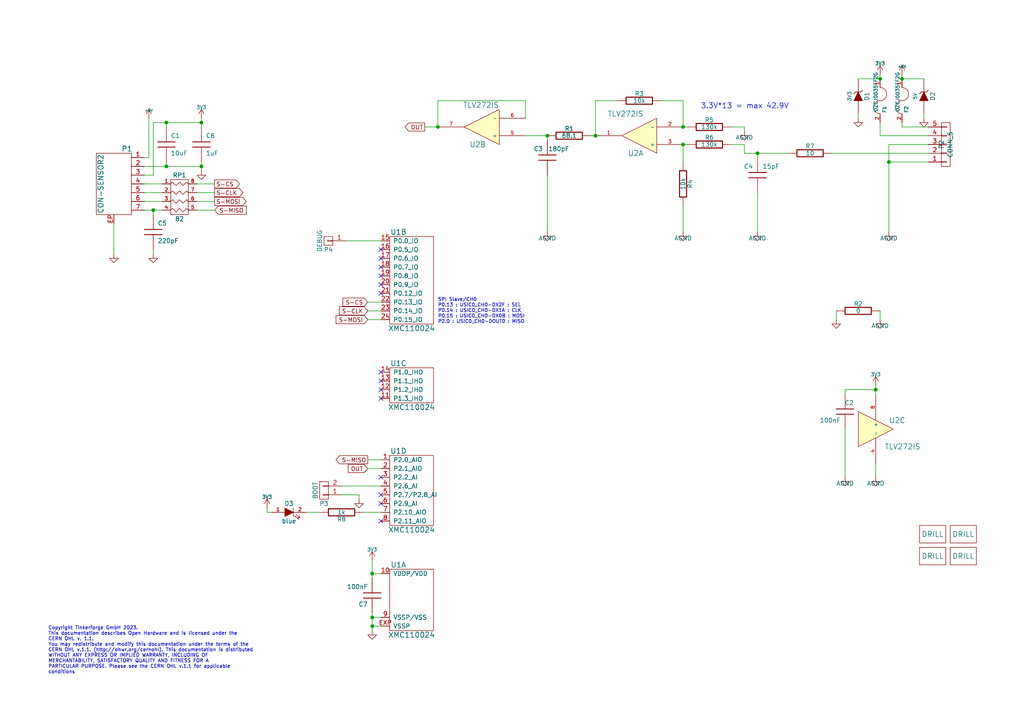
<source format=kicad_sch>
(kicad_sch (version 20211123) (generator eeschema)
  (paper "A4")
  (title_block (title "Analog IN") (date "2023-01-25") (rev "3.0") (company "Tinkerforge GmbH") (comment 1 "Licensed under CERN OHL v.1.1") (comment 2 "Copyright (©) 2023, T.Schneidermann <tim@tinkerforge.com>"))
  (lib_symbols
    (symbol "tinkerforge:+5V" (power) (pin_names (offset 0))
      (property "Value" "+5V" (at 0 3.556 0))
      (symbol "+5V_0_1"
        (polyline (pts (xy -0.762 1.27) (xy 0 2.54)))
        (polyline (pts (xy 0 0) (xy 0 2.54)))
        (polyline (pts (xy 0 2.54) (xy 0.762 1.27)))
      )
      (symbol "+5V_1_1"
        (pin power_in line (at 0 0 90) (length 0) hide (name "+5V") (number "1"))
      )
    )
    (symbol "tinkerforge:3V3" (power) (pin_names (offset 0))
      (property "Value" "3V3" (at 0 3.556 0))
      (symbol "3V3_0_1"
        (polyline (pts (xy -0.762 1.27) (xy 0 2.54)))
        (polyline (pts (xy 0 0) (xy 0 2.54)))
        (polyline (pts (xy 0 2.54) (xy 0.762 1.27)))
      )
      (symbol "3V3_1_1"
        (pin power_in line (at 0 0 90) (length 0) hide (name "3V3") (number "1"))
      )
    )
    (symbol "tinkerforge:AGND" (power) (pin_names (offset 0))
      (property "Value" "AGND" (at 0 -5.08 0))
      (symbol "AGND_0_1"
        (polyline (pts (xy 0 0) (xy 0 -1.27) (xy 1.27 -1.27) (xy 0 -2.54) (xy -1.27 -1.27) (xy 0 -1.27)))
      )
      (symbol "AGND_1_1"
        (pin power_in line (at 0 0 270) (length 0) hide (name "AGND") (number "1"))
      )
    )
    (symbol "tinkerforge:C" (pin_numbers hide) (pin_names (offset 0.254))
      (property "Reference" "C" (at 1.27 2.54 0))
      (property "Value" "C" (at 1.27 -2.54 0))
      (symbol "C_0_1"
        (polyline (pts (xy -2.54 -0.762) (xy 2.54 -0.762)) (stroke (width 0.254)))
        (polyline (pts (xy -2.54 0.762) (xy 2.54 0.762)) (stroke (width 0.254)))
      )
      (symbol "C_1_1"
        (pin passive line (at 0 5.08 270) (length 4.318) (name "~") (number "1"))
        (pin passive line (at 0 -5.08 90) (length 4.318) (name "~") (number "2"))
      )
    )
    (symbol "tinkerforge:CON-SENSOR2" (pin_names (offset 1.016))
      (property "Reference" "P" (at -3.81 10.16 0))
      (property "Value" "CON-SENSOR2" (at 3.81 0 90))
      (symbol "CON-SENSOR2_0_1"
        (rectangle (start -5.08 8.89) (end 5.08 -8.89))
      )
      (symbol "CON-SENSOR2_1_1"
        (pin passive line (at -8.89 7.62 0) (length 3.81) (name "~") (number "1"))
        (pin passive line (at -8.89 5.08 0) (length 3.81) (name "~") (number "2"))
        (pin passive line (at -8.89 2.54 0) (length 3.81) (name "~") (number "3"))
        (pin passive line (at -8.89 0 0) (length 3.81) (name "~") (number "4"))
        (pin passive line (at -8.89 -2.54 0) (length 3.81) (name "~") (number "5"))
        (pin passive line (at -8.89 -5.08 0) (length 3.81) (name "~") (number "6"))
        (pin passive line (at -8.89 -7.62 0) (length 3.81) (name "~") (number "7"))
        (pin passive line (at 0 -11.43 90) (length 2.54) (name "~") (number "EP"))
      )
    )
    (symbol "tinkerforge:CONN_01X01" (pin_names (offset 1.016) hide)
      (property "Reference" "P" (at 0 2.54 0))
      (property "Value" "CONN_01X01" (at 2.54 0 90))
      (symbol "CONN_01X01_0_1"
        (rectangle (start -1.27 0.127) (end 0.254 -0.127))
        (rectangle (start -1.27 1.27) (end 1.27 -1.27))
      )
      (symbol "CONN_01X01_1_1"
        (pin passive line (at -5.08 0 0) (length 3.81) (name "P1") (number "1"))
      )
    )
    (symbol "tinkerforge:CONN_01X02" (pin_names (offset 1.016) hide)
      (property "Reference" "P" (at 0 3.81 0))
      (property "Value" "CONN_01X02" (at 2.54 0 90))
      (symbol "CONN_01X02_0_1"
        (rectangle (start -1.27 -1.143) (end 0.254 -1.397))
        (rectangle (start -1.27 1.397) (end 0.254 1.143))
        (rectangle (start -1.27 2.54) (end 1.27 -2.54))
      )
      (symbol "CONN_01X02_1_1"
        (pin passive line (at -5.08 1.27 0) (length 3.81) (name "P1") (number "1"))
        (pin passive line (at -5.08 -1.27 0) (length 3.81) (name "P2") (number "2"))
      )
    )
    (symbol "tinkerforge:CONN_01X05" (pin_names (offset 1.016) hide)
      (property "Reference" "P" (at 0 7.62 0))
      (property "Value" "CONN_01X05" (at 2.54 0 90))
      (symbol "CONN_01X05_0_1"
        (rectangle (start -1.27 -4.953) (end 0.254 -5.207))
        (rectangle (start -1.27 -2.413) (end 0.254 -2.667))
        (rectangle (start -1.27 0.127) (end 0.254 -0.127))
        (rectangle (start -1.27 2.667) (end 0.254 2.413))
        (rectangle (start -1.27 5.207) (end 0.254 4.953))
        (rectangle (start -1.27 6.35) (end 1.27 -6.35))
      )
      (symbol "CONN_01X05_1_1"
        (pin passive line (at -5.08 5.08 0) (length 3.81) (name "P1") (number "1"))
        (pin passive line (at -5.08 2.54 0) (length 3.81) (name "P2") (number "2"))
        (pin passive line (at -5.08 0 0) (length 3.81) (name "P3") (number "3"))
        (pin passive line (at -5.08 -2.54 0) (length 3.81) (name "P4") (number "4"))
        (pin passive line (at -5.08 -5.08 0) (length 3.81) (name "P5") (number "5"))
      )
    )
    (symbol "tinkerforge:DRILL" (pin_numbers hide) (pin_names (offset 0) hide)
      (property "Value" "DRILL" (at 0 0 0))
      (symbol "DRILL_0_1"
        (rectangle (start -3.81 2.54) (end 3.81 -2.54))
      )
    )
    (symbol "tinkerforge:FUSE" (pin_names (offset 0.254))
      (property "Reference" "F" (at 2.54 1.27 0))
      (property "Value" "FUSE" (at -2.54 -1.27 0))
      (symbol "FUSE_0_1"
        (arc (start 0 0) (mid -1.905 1.905) (end -3.81 0))
        (arc (start 0 0) (mid 1.905 -1.905) (end 3.81 0))
      )
      (symbol "FUSE_1_1"
        (pin input line (at -6.35 0 0) (length 2.54) (name "~") (number "1"))
        (pin input line (at 6.35 0 180) (length 2.54) (name "~") (number "2"))
      )
    )
    (symbol "tinkerforge:GND" (power) (pin_names (offset 0))
      (property "Value" "GND" (at 0 -5.08 0))
      (symbol "GND_0_1"
        (polyline (pts (xy 0 0) (xy 0 -1.27) (xy 1.27 -1.27) (xy 0 -2.54) (xy -1.27 -1.27) (xy 0 -1.27)))
      )
      (symbol "GND_1_1"
        (pin power_in line (at 0 0 270) (length 0) hide (name "GND") (number "1"))
      )
    )
    (symbol "tinkerforge:LED" (pin_names (offset 1.016) hide)
      (property "Reference" "D" (at 0 2.54 0))
      (property "Value" "LED" (at 0 -2.54 0))
      (symbol "LED_0_1"
        (polyline (pts (xy 1.27 1.27) (xy 1.27 -1.27)))
        (polyline (pts (xy -1.27 1.27) (xy 1.27 0) (xy -1.27 -1.27)) (fill (type outline)))
        (polyline (pts (xy 1.651 -1.016) (xy 2.794 -2.032) (xy 2.667 -1.397)))
        (polyline (pts (xy 2.032 -0.635) (xy 3.175 -1.651) (xy 3.048 -1.016)))
      )
      (symbol "LED_1_1"
        (pin passive line (at -5.08 0 0) (length 3.81) (name "A") (number "1"))
        (pin passive line (at 5.08 0 180) (length 3.81) (name "K") (number "2"))
      )
    )
    (symbol "tinkerforge:R" (pin_numbers hide) (pin_names (offset 0))
      (property "Reference" "R" (at 2.032 0 90))
      (property "Value" "R" (at 0 0 90))
      (symbol "R_0_1"
        (rectangle (start -1.016 3.81) (end 1.016 -3.81) (stroke (width 0.3048)))
      )
      (symbol "R_1_1"
        (pin passive line (at 0 6.35 270) (length 2.54) (name "~") (number "1"))
        (pin passive line (at 0 -6.35 90) (length 2.54) (name "~") (number "2"))
      )
    )
    (symbol "tinkerforge:R_PACK4" (pin_names hide)
      (property "Reference" "RP" (at 0 11.43 0))
      (property "Value" "R_PACK4" (at 0 -1.27 0))
      (symbol "R_PACK4_0_1"
        (polyline (pts (xy -2.54 10.16) (xy -2.54 0) (xy 2.54 0) (xy 2.54 10.16) (xy -2.54 10.16)))
        (polyline (pts (xy -2.54 1.27) (xy -2.032 1.778) (xy -1.016 0.762) (xy 0 1.778) (xy 1.016 0.762) (xy 2.032 1.778) (xy 2.54 1.27)))
        (polyline (pts (xy -2.54 3.81) (xy -2.032 4.318) (xy -1.016 3.302) (xy 0 4.318) (xy 1.016 3.302) (xy 2.032 4.318) (xy 2.54 3.81)))
        (polyline (pts (xy -2.54 6.35) (xy -2.032 6.858) (xy -1.016 5.842) (xy 0 6.858) (xy 1.016 5.842) (xy 2.032 6.858) (xy 2.54 6.35)))
        (polyline (pts (xy -2.54 8.89) (xy -2.032 9.398) (xy -1.016 8.382) (xy 0 9.398) (xy 1.016 8.382) (xy 2.032 9.398) (xy 2.54 8.89)))
      )
      (symbol "R_PACK4_1_1"
        (pin passive line (at -5.08 8.89 0) (length 2.54) (name "P1") (number "1"))
        (pin passive line (at -5.08 6.35 0) (length 2.54) (name "P2") (number "2"))
        (pin passive line (at -5.08 3.81 0) (length 2.54) (name "P3") (number "3"))
        (pin passive line (at -5.08 1.27 0) (length 2.54) (name "P4") (number "4"))
        (pin passive line (at 5.08 1.27 180) (length 2.54) (name "R4") (number "5"))
        (pin passive line (at 5.08 3.81 180) (length 2.54) (name "R3") (number "6"))
        (pin passive line (at 5.08 6.35 180) (length 2.54) (name "R2") (number "7"))
        (pin passive line (at 5.08 8.89 180) (length 2.54) (name "R1") (number "8"))
      )
    )
    (symbol "tinkerforge:TLV272"
      (property "Reference" "U" (at 3.81 5.08 0))
      (property "Value" "TLV272" (at 3.81 -6.35 0))
      (symbol "TLV272_0_1"
        (polyline (pts (xy -5.08 5.08) (xy 5.08 0) (xy -5.08 -5.08) (xy -5.08 5.08)) (stroke (width 0.1524)) (fill (type background)))
      )
      (symbol "TLV272_1_1"
        (pin output line (at 12.7 0 180) (length 7.62) (name "~") (number "1"))
        (pin input line (at -12.7 -2.54 0) (length 7.62) (name "-") (number "2"))
        (pin input line (at -12.7 2.54 0) (length 7.62) (name "+") (number "3"))
      )
      (symbol "TLV272_2_1"
        (pin passive line (at -12.7 2.54 0) (length 7.62) (name "+") (number "5"))
        (pin passive line (at -12.7 -2.54 0) (length 7.62) (name "-") (number "6"))
        (pin passive line (at 12.7 0 180) (length 7.62) (name "~") (number "7"))
      )
      (symbol "TLV272_3_1"
        (pin input line (at 0 -10.16 90) (length 7.62) (name "-") (number "4"))
        (pin input line (at 0 10.16 270) (length 7.62) (name "+") (number "8"))
      )
    )
    (symbol "tinkerforge:XMC1XXX24" (pin_names (offset 1.016))
      (property "Reference" "U" (at -3.81 15.24 0))
      (property "Value" "XMC1XXX24" (at 0 -16.51 0))
      (symbol "XMC1XXX24_1_1"
        (rectangle (start -6.35 8.89) (end 6.35 -8.89))
        (pin passive line (at -8.89 7.62 0) (length 2.54) (name "VDDP/VDD") (number "10"))
        (pin passive line (at -8.89 -5.08 0) (length 2.54) (name "VSSP/VSS") (number "9"))
        (pin passive line (at -8.89 -7.62 0) (length 2.54) (name "VSSP") (number "EXP"))
      )
      (symbol "XMC1XXX24_2_1"
        (rectangle (start -6.35 12.7) (end 6.35 -12.7))
        (pin passive line (at -8.89 11.43 0) (length 2.54) (name "P0.0_IO") (number "15"))
        (pin passive line (at -8.89 8.89 0) (length 2.54) (name "P0.5_IO") (number "16"))
        (pin passive line (at -8.89 6.35 0) (length 2.54) (name "P0.6_IO") (number "17"))
        (pin passive line (at -8.89 3.81 0) (length 2.54) (name "P0.7_IO") (number "18"))
        (pin passive line (at -8.89 1.27 0) (length 2.54) (name "P0.8_IO") (number "19"))
        (pin passive line (at -8.89 -1.27 0) (length 2.54) (name "P0.9_IO") (number "20"))
        (pin passive line (at -8.89 -3.81 0) (length 2.54) (name "P0.12_IO") (number "21"))
        (pin passive line (at -8.89 -6.35 0) (length 2.54) (name "P0.13_IO") (number "22"))
        (pin passive line (at -8.89 -8.89 0) (length 2.54) (name "P0.14_IO") (number "23"))
        (pin passive line (at -8.89 -11.43 0) (length 2.54) (name "P0.15_IO") (number "24"))
      )
      (symbol "XMC1XXX24_3_1"
        (rectangle (start -6.35 5.08) (end 6.35 -5.08))
        (pin passive line (at -8.89 -3.81 0) (length 2.54) (name "P1.3_IHO") (number "11"))
        (pin passive line (at -8.89 -1.27 0) (length 2.54) (name "P1.2_IHO") (number "12"))
        (pin passive line (at -8.89 1.27 0) (length 2.54) (name "P1.1_IHO") (number "13"))
        (pin passive line (at -8.89 3.81 0) (length 2.54) (name "P1.0_IHO") (number "14"))
      )
      (symbol "XMC1XXX24_4_1"
        (rectangle (start -6.35 10.16) (end 6.35 -10.16))
        (pin passive line (at -8.89 8.89 0) (length 2.54) (name "P2.0_AIO") (number "1"))
        (pin passive line (at -8.89 6.35 0) (length 2.54) (name "P2.1_AIO") (number "2"))
        (pin passive line (at -8.89 3.81 0) (length 2.54) (name "P2.2_AI") (number "3"))
        (pin passive line (at -8.89 1.27 0) (length 2.54) (name "P2.6_AI") (number "4"))
        (pin passive line (at -8.89 -1.27 0) (length 2.54) (name "P2.7/P2.8_AI") (number "5"))
        (pin passive line (at -8.89 -3.81 0) (length 2.54) (name "P2.9_AI") (number "6"))
        (pin passive line (at -8.89 -6.35 0) (length 2.54) (name "P2.10_AIO") (number "7"))
        (pin passive line (at -8.89 -8.89 0) (length 2.54) (name "P2.11_AIO") (number "8"))
      )
    )
    (symbol "tinkerforge:ZENER" (pin_numbers hide) (pin_names (offset 1.016) hide)
      (property "Reference" "D" (at 0 2.54 0))
      (property "Value" "ZENER" (at 0 -2.54 0))
      (symbol "ZENER_0_1"
        (polyline (pts (xy -1.778 1.27) (xy -1.27 0.762) (xy -1.27 -0.762) (xy -0.762 -1.27) (xy -0.762 -1.27)) (stroke (width 0.2032)))
        (polyline (pts (xy -1.27 0) (xy 1.27 1.27) (xy 1.27 -1.27) (xy -1.27 0) (xy -1.27 0)) (fill (type outline)))
      )
      (symbol "ZENER_1_1"
        (pin passive line (at 5.08 0 180) (length 3.81) (name "A") (number "1"))
        (pin passive line (at -5.08 0 0) (length 3.81) (name "K") (number "2"))
      )
    )
  )
  (junction (at 44.45 60.96))
  (junction (at 255.27 22.86))
  (junction (at 198.12 36.83))
  (junction (at 58.42 48.26))
  (junction (at 48.26 35.56))
  (junction (at 107.95 166.37))
  (junction (at 158.75 39.37))
  (junction (at 219.71 44.45))
  (junction (at 107.95 181.61))
  (junction (at 198.12 41.91))
  (junction (at 257.81 46.99))
  (junction (at 172.72 39.37))
  (junction (at 261.62 22.86))
  (junction (at 48.26 48.26))
  (junction (at 127 36.83))
  (junction (at 254 113.03))
  (junction (at 107.95 179.07))
  (junction (at 58.42 35.56))
  (no_connect (at 110.49 143.51))
  (no_connect (at 110.49 151.13))
  (no_connect (at 110.49 77.47))
  (no_connect (at 110.49 74.93))
  (no_connect (at 110.49 110.49))
  (no_connect (at 110.49 80.01))
  (no_connect (at 110.49 146.05))
  (no_connect (at 110.49 138.43))
  (no_connect (at 110.49 85.09))
  (no_connect (at 110.49 82.55))
  (no_connect (at 110.49 113.03))
  (no_connect (at 110.49 107.95))
  (no_connect (at 110.49 115.57))
  (no_connect (at 110.49 72.39))
  (wire (pts (xy 44.45 72.39) (xy 44.45 73.66)))
  (wire (pts (xy 198.12 67.31) (xy 198.12 59.69)))
  (wire (pts (xy 219.71 44.45) (xy 228.6 44.45)))
  (wire (pts (xy 48.26 48.26) (xy 58.42 48.26)))
  (wire (pts (xy 198.12 36.83) (xy 198.12 29.21)))
  (wire (pts (xy 261.62 22.86) (xy 261.62 21.59)))
  (wire (pts (xy 44.45 35.56) (xy 48.26 35.56)))
  (wire (pts (xy 48.26 35.56) (xy 58.42 35.56)))
  (wire (pts (xy 158.75 39.37) (xy 158.75 40.64)))
  (wire (pts (xy 152.4 34.29) (xy 152.4 29.21)))
  (wire (pts (xy 107.95 162.56) (xy 107.95 166.37)))
  (wire (pts (xy 255.27 39.37) (xy 255.27 35.56)))
  (wire (pts (xy 62.23 55.88) (xy 57.15 55.88)))
  (wire (pts (xy 172.72 29.21) (xy 179.07 29.21)))
  (wire (pts (xy 41.91 50.8) (xy 44.45 50.8)))
  (wire (pts (xy 248.92 34.29) (xy 248.92 33.02)))
  (wire (pts (xy 254 134.62) (xy 254 138.43)))
  (wire (pts (xy 255.27 22.86) (xy 255.27 21.59)))
  (wire (pts (xy 107.95 179.07) (xy 107.95 177.8)))
  (wire (pts (xy 110.49 135.89) (xy 106.68 135.89)))
  (wire (pts (xy 257.81 46.99) (xy 269.24 46.99)))
  (wire (pts (xy 106.68 92.71) (xy 110.49 92.71)))
  (wire (pts (xy 255.27 22.86) (xy 248.92 22.86)))
  (wire (pts (xy 41.91 53.34) (xy 46.99 53.34)))
  (wire (pts (xy 255.27 39.37) (xy 269.24 39.37)))
  (wire (pts (xy 104.14 143.51) (xy 104.14 144.78)))
  (wire (pts (xy 46.99 55.88) (xy 41.91 55.88)))
  (wire (pts (xy 152.4 39.37) (xy 158.75 39.37)))
  (wire (pts (xy 57.15 58.42) (xy 62.23 58.42)))
  (wire (pts (xy 58.42 34.29) (xy 58.42 35.56)))
  (wire (pts (xy 110.49 148.59) (xy 105.41 148.59)))
  (wire (pts (xy 158.75 67.31) (xy 158.75 50.8)))
  (wire (pts (xy 100.33 69.85) (xy 110.49 69.85)))
  (wire (pts (xy 245.11 124.46) (xy 245.11 138.43)))
  (wire (pts (xy 172.72 39.37) (xy 172.72 29.21)))
  (wire (pts (xy 110.49 179.07) (xy 107.95 179.07)))
  (wire (pts (xy 44.45 60.96) (xy 44.45 62.23)))
  (wire (pts (xy 41.91 58.42) (xy 46.99 58.42)))
  (wire (pts (xy 43.18 45.72) (xy 41.91 45.72)))
  (wire (pts (xy 33.02 64.77) (xy 33.02 73.66)))
  (wire (pts (xy 198.12 41.91) (xy 198.12 46.99)))
  (wire (pts (xy 261.62 22.86) (xy 267.97 22.86)))
  (wire (pts (xy 257.81 67.31) (xy 257.81 46.99)))
  (wire (pts (xy 92.71 148.59) (xy 88.9 148.59)))
  (wire (pts (xy 257.81 46.99) (xy 257.81 41.91)))
  (wire (pts (xy 127 36.83) (xy 123.19 36.83)))
  (wire (pts (xy 58.42 46.99) (xy 58.42 48.26)))
  (wire (pts (xy 110.49 181.61) (xy 107.95 181.61)))
  (wire (pts (xy 78.74 148.59) (xy 77.47 148.59)))
  (wire (pts (xy 107.95 182.88) (xy 107.95 181.61)))
  (wire (pts (xy 212.09 36.83) (xy 215.9 36.83)))
  (wire (pts (xy 41.91 48.26) (xy 48.26 48.26)))
  (wire (pts (xy 57.15 53.34) (xy 62.23 53.34)))
  (wire (pts (xy 48.26 36.83) (xy 48.26 35.56)))
  (wire (pts (xy 171.45 39.37) (xy 172.72 39.37)))
  (wire (pts (xy 110.49 140.97) (xy 99.06 140.97)))
  (wire (pts (xy 62.23 60.96) (xy 57.15 60.96)))
  (wire (pts (xy 219.71 45.72) (xy 219.71 44.45)))
  (wire (pts (xy 107.95 181.61) (xy 107.95 179.07)))
  (wire (pts (xy 199.39 36.83) (xy 198.12 36.83)))
  (wire (pts (xy 242.57 92.71) (xy 242.57 90.17)))
  (wire (pts (xy 110.49 166.37) (xy 107.95 166.37)))
  (wire (pts (xy 261.62 36.83) (xy 269.24 36.83)))
  (wire (pts (xy 215.9 36.83) (xy 215.9 38.1)))
  (wire (pts (xy 152.4 29.21) (xy 127 29.21)))
  (wire (pts (xy 44.45 60.96) (xy 41.91 60.96)))
  (wire (pts (xy 99.06 143.51) (xy 104.14 143.51)))
  (wire (pts (xy 110.49 90.17) (xy 106.68 90.17)))
  (wire (pts (xy 215.9 41.91) (xy 212.09 41.91)))
  (wire (pts (xy 48.26 46.99) (xy 48.26 48.26)))
  (wire (pts (xy 110.49 133.35) (xy 106.68 133.35)))
  (wire (pts (xy 106.68 87.63) (xy 110.49 87.63)))
  (wire (pts (xy 199.39 41.91) (xy 198.12 41.91)))
  (wire (pts (xy 127 29.21) (xy 127 36.83)))
  (wire (pts (xy 215.9 44.45) (xy 215.9 41.91)))
  (wire (pts (xy 241.3 44.45) (xy 269.24 44.45)))
  (wire (pts (xy 245.11 113.03) (xy 245.11 114.3)))
  (wire (pts (xy 44.45 50.8) (xy 44.45 35.56)))
  (wire (pts (xy 46.99 60.96) (xy 44.45 60.96)))
  (wire (pts (xy 107.95 166.37) (xy 107.95 167.64)))
  (wire (pts (xy 219.71 55.88) (xy 219.71 67.31)))
  (wire (pts (xy 267.97 34.29) (xy 267.97 33.02)))
  (wire (pts (xy 58.42 35.56) (xy 58.42 36.83)))
  (wire (pts (xy 261.62 36.83) (xy 261.62 35.56)))
  (wire (pts (xy 198.12 29.21) (xy 191.77 29.21)))
  (wire (pts (xy 215.9 44.45) (xy 219.71 44.45)))
  (wire (pts (xy 255.27 92.71) (xy 255.27 90.17)))
  (wire (pts (xy 254 113.03) (xy 254 111.76)))
  (wire (pts (xy 77.47 148.59) (xy 77.47 147.32)))
  (wire (pts (xy 58.42 48.26) (xy 58.42 49.53)))
  (wire (pts (xy 43.18 34.29) (xy 43.18 45.72)))
  (wire (pts (xy 254 113.03) (xy 245.11 113.03)))
  (wire (pts (xy 257.81 41.91) (xy 269.24 41.91)))
  (wire (pts (xy 254 114.3) (xy 254 113.03)))
  (text "3.3V*13 = max 42.9V" (at 203.2 31.75 0) (effects (font (size 1.524 1.524)) (justify left bottom)))
  (text "Copyright Tinkerforge GmbH 2023.\nThis documentation describes Open Hardware and is licensed under the\nCERN OHL v. 1.1.\nYou may redistribute and modify this documentation under the terms of the\nCERN OHL v.1.1. (http://ohwr.org/cernohl). This documentation is distributed\nWITHOUT ANY EXPRESS OR IMPLIED WARRANTY, INCLUDING OF\nMERCHANTABILITY, SATISFACTORY QUALITY AND FITNESS FOR A\nPARTICULAR PURPOSE. Please see the CERN OHL v.1.1 for applicable\nconditions\n" (at 13.97 195.58 0) (effects (font (size 0.9906 0.9906)) (justify left bottom)))
  (text "SPI Slave/CH0\nP0.13 : USIC0_CH0-DX2F : SEL\nP0.14 : USIC0_CH0-DX1A : CLK\nP0.15 : USIC0_CH0-DX0B : MOSI\nP2.0 : USIC0_CH0-DOUT0 : MISO" (at 127 93.98 0) (effects (font (size 0.9906 0.9906)) (justify left bottom)))
  (global_label "S-CS" (shape input) (at 106.68 87.63 180) (effects (font (size 1.1938 1.1938))) (property "Intersheet References" "${INTERSHEET_REFS}" (effects hide)))
  (global_label "S-CLK" (shape output) (at 62.23 55.88 0) (effects (font (size 1.1938 1.1938))) (property "Intersheet References" "${INTERSHEET_REFS}" (effects hide)))
  (global_label "OUT" (shape input) (at 106.68 135.89 180) (effects (font (size 1.1938 1.1938))) (property "Intersheet References" "${INTERSHEET_REFS}" (effects hide)))
  (global_label "S-CS" (shape output) (at 62.23 53.34 0) (effects (font (size 1.1938 1.1938))) (property "Intersheet References" "${INTERSHEET_REFS}" (effects hide)))
  (global_label "OUT" (shape output) (at 123.19 36.83 180) (effects (font (size 1.1938 1.1938))) (property "Intersheet References" "${INTERSHEET_REFS}" (effects hide)))
  (global_label "S-MISO" (shape output) (at 106.68 133.35 180) (effects (font (size 1.1938 1.1938))) (property "Intersheet References" "${INTERSHEET_REFS}" (effects hide)))
  (global_label "S-CLK" (shape input) (at 106.68 90.17 180) (effects (font (size 1.1938 1.1938))) (property "Intersheet References" "${INTERSHEET_REFS}" (effects hide)))
  (global_label "S-MOSI" (shape input) (at 106.68 92.71 180) (effects (font (size 1.1938 1.1938))) (property "Intersheet References" "${INTERSHEET_REFS}" (effects hide)))
  (global_label "S-MOSI" (shape output) (at 62.23 58.42 0) (effects (font (size 1.1938 1.1938))) (property "Intersheet References" "${INTERSHEET_REFS}" (effects hide)))
  (global_label "S-MISO" (shape input) (at 62.23 60.96 0) (effects (font (size 1.1938 1.1938))) (property "Intersheet References" "${INTERSHEET_REFS}" (effects hide)))
  (symbol (lib_id "tinkerforge:3V3") (at 58.42 34.29 0) (unit 1)
    (property "Reference" "#PWR019" (effects hide))
    (property "Value" "3V3" (at 58.42 31.115 0) (effects (font (size 1.016 1.016))))
  )
  (symbol (lib_id "tinkerforge:GND") (at 33.02 73.66 0) (unit 1)
    (property "Reference" "#PWR03" (effects hide))
    (property "Value" "GND" (effects hide))
  )
  (symbol (lib_id "tinkerforge:GND") (at 58.42 49.53 0) (unit 1)
    (property "Reference" "#PWR02" (effects hide))
    (property "Value" "GND" (effects hide))
  )
  (symbol (lib_id "tinkerforge:C") (at 48.26 41.91 0) (unit 1)
    (property "Reference" "C1" (at 49.53 39.37 0) (effects (justify left)))
    (property "Value" "10uF" (at 49.53 44.45 0) (effects (justify left)))
    (property "Footprint" "kicad-libraries:C0805" (effects hide))
  )
  (symbol (lib_id "tinkerforge:GND") (at 44.45 73.66 0) (unit 1)
    (property "Reference" "#PWR01" (effects hide))
    (property "Value" "GND" (effects hide))
  )
  (symbol (lib_id "tinkerforge:DRILL") (at 279.4 161.29 0) (unit 1)
    (property "Reference" "U6" (effects hide))
    (property "Value" "DRILL" (at 279.4 161.29 0) (effects (font (size 1.524 1.524))))
    (property "Footprint" "kicad-libraries:DRILL_NP" (effects hide))
  )
  (symbol (lib_id "tinkerforge:DRILL") (at 279.4 154.94 0) (unit 1)
    (property "Reference" "U5" (effects hide))
    (property "Value" "DRILL" (at 279.4 154.94 0) (effects (font (size 1.524 1.524))))
    (property "Footprint" "kicad-libraries:DRILL_NP" (effects hide))
  )
  (symbol (lib_id "tinkerforge:DRILL") (at 270.51 154.94 0) (unit 1)
    (property "Reference" "U3" (effects hide))
    (property "Value" "DRILL" (at 270.51 154.94 0) (effects (font (size 1.524 1.524))))
    (property "Footprint" "kicad-libraries:DRILL_NP" (effects hide))
  )
  (symbol (lib_id "tinkerforge:DRILL") (at 270.51 161.29 0) (unit 1)
    (property "Reference" "U4" (effects hide))
    (property "Value" "DRILL" (at 270.51 161.29 0) (effects (font (size 1.524 1.524))))
    (property "Footprint" "kicad-libraries:DRILL_NP" (effects hide))
  )
  (symbol (lib_id "tinkerforge:TLV272") (at 254 124.46 0) (unit 3)
    (property "Reference" "U2" (at 257.81 121.92 0) (effects (font (size 1.524 1.524)) (justify left)))
    (property "Value" "TLV272IS" (at 256.54 129.54 0) (effects (font (size 1.524 1.524)) (justify left)))
    (property "Footprint" "kicad-libraries:SOIC8" (effects hide))
  )
  (symbol (lib_id "tinkerforge:TLV272") (at 185.42 39.37 180) (unit 1)
    (property "Reference" "U2" (at 186.69 44.45 0) (effects (font (size 1.524 1.524)) (justify left)))
    (property "Value" "TLV272IS" (at 186.69 33.02 0) (effects (font (size 1.524 1.524)) (justify left)))
    (property "Footprint" "kicad-libraries:SOIC8" (effects hide))
  )
  (symbol (lib_id "tinkerforge:R") (at 205.74 41.91 90) (unit 1)
    (property "Reference" "R6" (at 205.74 39.878 90))
    (property "Value" "130k" (at 205.74 41.91 90))
    (property "Footprint" "kicad-libraries:R0603F" (effects hide))
  )
  (symbol (lib_id "tinkerforge:R") (at 205.74 36.83 90) (unit 1)
    (property "Reference" "R5" (at 205.74 34.798 90))
    (property "Value" "130k" (at 205.74 36.83 90))
    (property "Footprint" "kicad-libraries:R0603F" (effects hide))
  )
  (symbol (lib_id "tinkerforge:R") (at 185.42 29.21 90) (unit 1)
    (property "Reference" "R3" (at 185.42 27.178 90))
    (property "Value" "10k" (at 185.42 29.21 90))
    (property "Footprint" "kicad-libraries:R0603F" (effects hide))
  )
  (symbol (lib_id "tinkerforge:C") (at 219.71 50.8 180) (unit 1)
    (property "Reference" "C4" (at 218.44 48.26 0) (effects (justify left)))
    (property "Value" "15pF" (at 226.06 48.26 0) (effects (justify left)))
    (property "Footprint" "kicad-libraries:C0603F" (effects hide))
  )
  (symbol (lib_id "tinkerforge:AGND") (at 219.71 67.31 0) (unit 1)
    (property "Reference" "#PWR04" (effects hide))
    (property "Value" "AGND" (at 219.71 69.088 0))
  )
  (symbol (lib_id "tinkerforge:R") (at 234.95 44.45 90) (unit 1)
    (property "Reference" "R7" (at 234.95 42.418 90))
    (property "Value" "10" (at 234.95 44.45 90))
    (property "Footprint" "kicad-libraries:R0603F" (effects hide))
  )
  (symbol (lib_id "tinkerforge:R") (at 165.1 39.37 90) (unit 1)
    (property "Reference" "R1" (at 165.1 37.338 90))
    (property "Value" "68.1" (at 165.1 39.37 90))
    (property "Footprint" "kicad-libraries:R0603F" (effects hide))
  )
  (symbol (lib_id "tinkerforge:C") (at 158.75 45.72 180) (unit 1)
    (property "Reference" "C3" (at 157.48 43.18 0) (effects (justify left)))
    (property "Value" "180pF" (at 165.1 43.18 0) (effects (justify left)))
    (property "Footprint" "kicad-libraries:C0603F" (effects hide))
  )
  (symbol (lib_id "tinkerforge:AGND") (at 158.75 67.31 0) (unit 1)
    (property "Reference" "#PWR05" (effects hide))
    (property "Value" "AGND" (at 158.75 69.088 0))
  )
  (symbol (lib_id "tinkerforge:TLV272") (at 139.7 36.83 180) (unit 2)
    (property "Reference" "U2" (at 140.97 41.91 0) (effects (font (size 1.524 1.524)) (justify left)))
    (property "Value" "TLV272IS" (at 144.78 30.48 0) (effects (font (size 1.524 1.524)) (justify left)))
    (property "Footprint" "kicad-libraries:SOIC8" (effects hide))
  )
  (symbol (lib_id "tinkerforge:C") (at 245.11 119.38 180) (unit 1)
    (property "Reference" "C2" (at 247.65 116.84 0) (effects (justify left)))
    (property "Value" "100nF" (at 243.84 121.92 0) (effects (justify left)))
    (property "Footprint" "kicad-libraries:C0603F" (effects hide))
  )
  (symbol (lib_id "tinkerforge:AGND") (at 245.11 138.43 0) (unit 1)
    (property "Reference" "#PWR06" (effects hide))
    (property "Value" "AGND" (at 245.11 140.208 0))
  )
  (symbol (lib_id "tinkerforge:AGND") (at 254 138.43 0) (unit 1)
    (property "Reference" "#PWR07" (effects hide))
    (property "Value" "AGND" (at 254 140.208 0))
  )
  (symbol (lib_id "tinkerforge:3V3") (at 254 111.76 0) (unit 1)
    (property "Reference" "#PWR08" (effects hide))
    (property "Value" "3V3" (at 254 108.585 0) (effects (font (size 1.016 1.016))))
  )
  (symbol (lib_id "tinkerforge:+5V") (at 43.18 34.29 0) (unit 1)
    (property "Reference" "#PWR09" (effects hide))
    (property "Value" "+5V" (at 43.18 32.004 0) (effects (font (size 0.762 0.762))))
  )
  (symbol (lib_id "tinkerforge:+5V") (at 261.62 21.59 0) (unit 1)
    (property "Reference" "#PWR010" (effects hide))
    (property "Value" "+5V" (at 261.62 19.304 0) (effects (font (size 0.762 0.762))))
  )
  (symbol (lib_id "tinkerforge:3V3") (at 255.27 21.59 0) (unit 1)
    (property "Reference" "#PWR011" (effects hide))
    (property "Value" "3V3" (at 255.27 18.415 0) (effects (font (size 1.016 1.016))))
  )
  (symbol (lib_id "tinkerforge:R") (at 248.92 90.17 90) (unit 1)
    (property "Reference" "R2" (at 248.92 88.138 90))
    (property "Value" "0" (at 248.92 90.17 90))
    (property "Footprint" "kicad-libraries:R0603F" (effects hide))
  )
  (symbol (lib_id "tinkerforge:AGND") (at 255.27 92.71 0) (unit 1)
    (property "Reference" "#PWR012" (effects hide))
    (property "Value" "AGND" (at 255.27 94.488 0))
  )
  (symbol (lib_id "tinkerforge:GND") (at 242.57 92.71 0) (unit 1)
    (property "Reference" "#PWR013" (effects hide))
    (property "Value" "GND" (effects hide))
  )
  (symbol (lib_id "tinkerforge:AGND") (at 215.9 38.1 0) (unit 1)
    (property "Reference" "#PWR014" (effects hide))
    (property "Value" "AGND" (at 215.9 39.878 0))
  )
  (symbol (lib_id "tinkerforge:R") (at 198.12 53.34 0) (unit 1)
    (property "Reference" "R4" (at 200.152 53.34 90))
    (property "Value" "10k" (at 198.12 53.34 90))
    (property "Footprint" "kicad-libraries:R0603F" (effects hide))
  )
  (symbol (lib_id "tinkerforge:AGND") (at 198.12 67.31 0) (unit 1)
    (property "Reference" "#PWR015" (effects hide))
    (property "Value" "AGND" (at 198.12 69.088 0))
  )
  (symbol (lib_id "tinkerforge:AGND") (at 257.81 67.31 0) (unit 1)
    (property "Reference" "#PWR016" (effects hide))
    (property "Value" "AGND" (at 257.81 69.088 0))
  )
  (symbol (lib_id "tinkerforge:CONN_01X05") (at 274.32 41.91 0) (mirror x) (unit 1)
    (property "Reference" "P2" (at 273.05 41.91 90))
    (property "Value" "CONN_5" (at 275.59 41.91 90))
    (property "Footprint" "kicad-libraries:AKL_5_5" (effects hide))
  )
  (symbol (lib_id "tinkerforge:FUSE") (at 261.62 29.21 270) (unit 1)
    (property "Reference" "F2" (at 262.89 31.75 0) (effects (font (size 1.016 1.016))))
    (property "Value" "OZCJ0035FF2G" (at 260.35 26.67 0) (effects (font (size 1.016 1.016))))
    (property "Footprint" "kicad-libraries:F1206" (effects hide))
  )
  (symbol (lib_id "tinkerforge:FUSE") (at 255.27 29.21 270) (unit 1)
    (property "Reference" "F1" (at 256.54 31.75 0) (effects (font (size 1.016 1.016))))
    (property "Value" "OZCJ0035FF2G" (at 254 26.67 0) (effects (font (size 1.016 1.016))))
    (property "Footprint" "kicad-libraries:F1206" (effects hide))
  )
  (symbol (lib_id "tinkerforge:ZENER") (at 267.97 27.94 270) (unit 1)
    (property "Reference" "D2" (at 270.51 27.94 0))
    (property "Value" "5V" (at 265.43 27.94 0) (effects (font (size 1.016 1.016))))
    (property "Footprint" "kicad-libraries:MiniMelf" (effects hide))
  )
  (symbol (lib_id "tinkerforge:ZENER") (at 248.92 27.94 270) (unit 1)
    (property "Reference" "D1" (at 251.46 27.94 0))
    (property "Value" "3V3" (at 246.38 27.94 0) (effects (font (size 1.016 1.016))))
    (property "Footprint" "kicad-libraries:MiniMelf" (effects hide))
  )
  (symbol (lib_id "tinkerforge:GND") (at 267.97 34.29 0) (unit 1)
    (property "Reference" "#PWR017" (effects hide))
    (property "Value" "GND" (effects hide))
  )
  (symbol (lib_id "tinkerforge:GND") (at 248.92 34.29 0) (unit 1)
    (property "Reference" "#PWR018" (effects hide))
    (property "Value" "GND" (effects hide))
  )
  (symbol (lib_id "tinkerforge:CON-SENSOR2") (at 33.02 53.34 0) (mirror y) (unit 1)
    (property "Reference" "P1" (at 36.83 43.18 0) (effects (font (size 1.524 1.524))))
    (property "Value" "CON-SENSOR2" (at 29.21 53.34 90) (effects (font (size 1.524 1.524))))
    (property "Footprint" "kicad-libraries:CON-SENSOR2" (effects hide))
  )
  (symbol (lib_id "tinkerforge:C") (at 58.42 41.91 0) (unit 1)
    (property "Reference" "C6" (at 59.69 39.37 0) (effects (justify left)))
    (property "Value" "1uF" (at 59.69 44.45 0) (effects (justify left)))
    (property "Footprint" "kicad-libraries:C0603F" (effects hide))
  )
  (symbol (lib_id "tinkerforge:R_PACK4") (at 52.07 62.23 0) (unit 1)
    (property "Reference" "RP1" (at 52.07 50.8 0))
    (property "Value" "82" (at 52.07 63.5 0))
    (property "Footprint" "kicad-libraries:4X0402" (effects hide))
  )
  (symbol (lib_id "tinkerforge:C") (at 44.45 67.31 0) (unit 1)
    (property "Reference" "C5" (at 45.72 64.77 0) (effects (justify left)))
    (property "Value" "220pF" (at 45.72 69.85 0) (effects (justify left)))
    (property "Footprint" "kicad-libraries:C0402F" (effects hide))
  )
  (symbol (lib_id "tinkerforge:XMC1XXX24") (at 119.38 173.99 0) (unit 1)
    (property "Reference" "U1" (at 115.57 163.83 0) (effects (font (size 1.524 1.524))))
    (property "Value" "XMC110024" (at 119.38 184.15 0) (effects (font (size 1.524 1.524))))
    (property "Footprint" "kicad-libraries:QFN24-4x4mm-0.5mm" (effects hide))
  )
  (symbol (lib_id "tinkerforge:XMC1XXX24") (at 119.38 81.28 0) (unit 2)
    (property "Reference" "U1" (at 115.57 67.31 0) (effects (font (size 1.524 1.524))))
    (property "Value" "XMC110024" (at 119.38 95.25 0) (effects (font (size 1.524 1.524))))
    (property "Footprint" "kicad-libraries:QFN24-4x4mm-0.5mm" (effects hide))
  )
  (symbol (lib_id "tinkerforge:XMC1XXX24") (at 119.38 111.76 0) (unit 3)
    (property "Reference" "U1" (at 115.57 105.41 0) (effects (font (size 1.524 1.524))))
    (property "Value" "XMC110024" (at 119.38 118.11 0) (effects (font (size 1.524 1.524))))
    (property "Footprint" "kicad-libraries:QFN24-4x4mm-0.5mm" (effects hide))
  )
  (symbol (lib_id "tinkerforge:XMC1XXX24") (at 119.38 142.24 0) (unit 4)
    (property "Reference" "U1" (at 115.57 130.81 0) (effects (font (size 1.524 1.524))))
    (property "Value" "XMC110024" (at 119.38 153.67 0) (effects (font (size 1.524 1.524))))
    (property "Footprint" "kicad-libraries:QFN24-4x4mm-0.5mm" (effects hide))
  )
  (symbol (lib_id "tinkerforge:C") (at 107.95 172.72 180) (unit 1)
    (property "Reference" "C7" (at 106.68 175.26 0) (effects (justify left)))
    (property "Value" "100nF" (at 106.68 170.18 0) (effects (justify left)))
    (property "Footprint" "kicad-libraries:C0603F" (effects hide))
  )
  (symbol (lib_id "tinkerforge:3V3") (at 107.95 162.56 0) (unit 1)
    (property "Reference" "#PWR020" (effects hide))
    (property "Value" "3V3" (at 107.95 159.385 0) (effects (font (size 1.016 1.016))))
  )
  (symbol (lib_id "tinkerforge:GND") (at 107.95 182.88 0) (unit 1)
    (property "Reference" "#PWR021" (effects hide))
    (property "Value" "GND" (effects hide))
  )
  (symbol (lib_id "tinkerforge:CONN_01X01") (at 95.25 69.85 180) (unit 1)
    (property "Reference" "P4" (at 95.25 72.39 0))
    (property "Value" "DEBUG" (at 92.71 69.85 90))
    (property "Footprint" "kicad-libraries:DEBUG_PAD" (effects hide))
  )
  (symbol (lib_id "tinkerforge:CONN_01X02") (at 93.98 142.24 180) (unit 1)
    (property "Reference" "P3" (at 93.98 146.05 0))
    (property "Value" "BOOT" (at 91.44 142.24 90))
    (property "Footprint" "kicad-libraries:SolderJumper" (effects hide))
  )
  (symbol (lib_id "tinkerforge:GND") (at 104.14 144.78 0) (unit 1)
    (property "Reference" "#PWR022" (effects hide))
    (property "Value" "GND" (effects hide))
  )
  (symbol (lib_id "tinkerforge:R") (at 99.06 148.59 270) (unit 1)
    (property "Reference" "R8" (at 99.06 150.622 90))
    (property "Value" "1k" (at 99.06 148.59 90))
    (property "Footprint" "kicad-libraries:R0603F" (effects hide))
  )
  (symbol (lib_id "tinkerforge:LED") (at 83.82 148.59 0) (unit 1)
    (property "Reference" "D3" (at 83.82 146.05 0))
    (property "Value" "blue" (at 83.82 151.13 0))
    (property "Footprint" "kicad-libraries:D0603F" (effects hide))
  )
  (symbol (lib_id "tinkerforge:3V3") (at 77.47 147.32 0) (unit 1)
    (property "Reference" "#PWR023" (effects hide))
    (property "Value" "3V3" (at 77.47 144.145 0) (effects (font (size 1.016 1.016))))
  )
)
</source>
